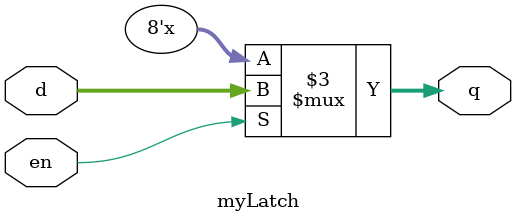
<source format=v>
module myLatch #(parameter size = 8) (d,en,q);

    input [size-1:0] d;
	 input en;
    output reg [size-1:0] q;
	 // Output
    always @(*) begin
        if (en) begin
            q <= d;    // Update output when enable is high
        end
		  else begin
				q <= q;
		  end
        // If enable is low, output retains its previous state
    end
endmodule 
</source>
